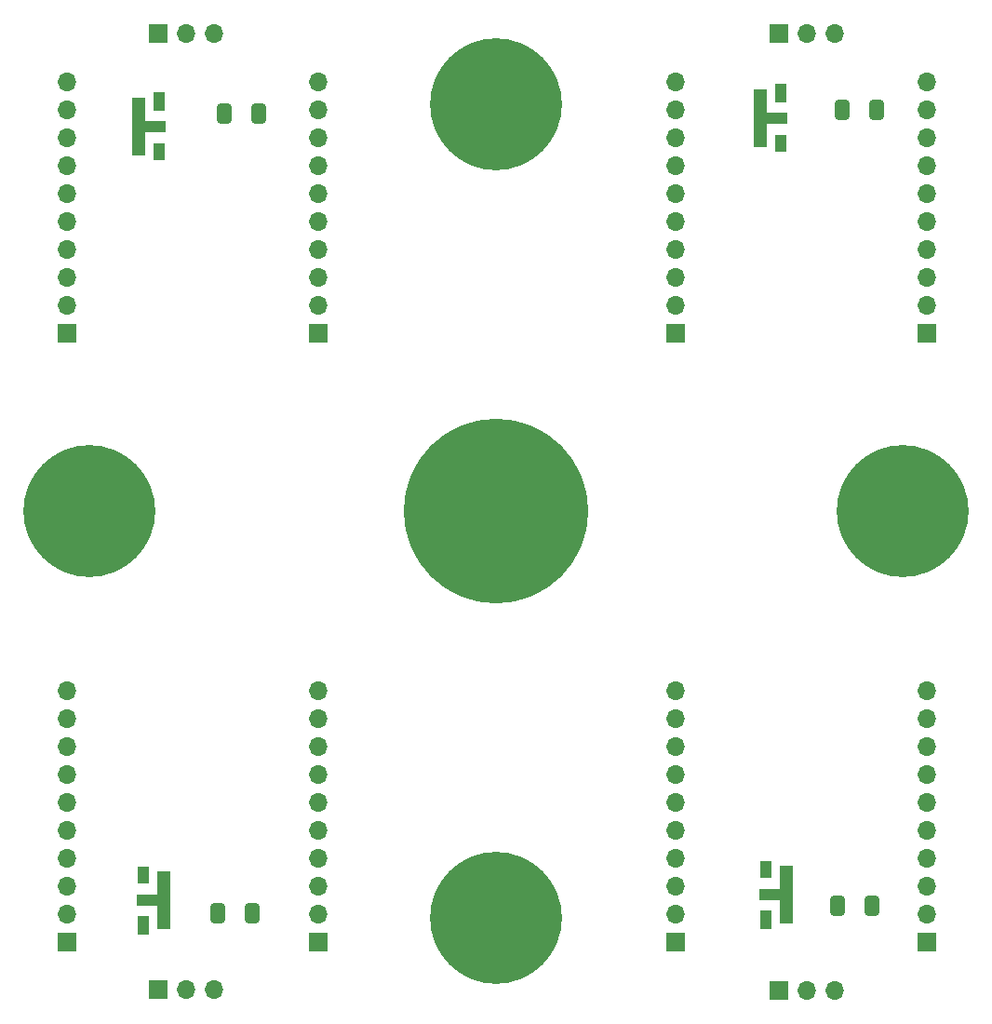
<source format=gbr>
%TF.GenerationSoftware,KiCad,Pcbnew,7.0.5-0*%
%TF.CreationDate,2023-08-23T11:20:49-04:00*%
%TF.ProjectId,quad_sipm,71756164-5f73-4697-906d-2e6b69636164,rev?*%
%TF.SameCoordinates,Original*%
%TF.FileFunction,Soldermask,Bot*%
%TF.FilePolarity,Negative*%
%FSLAX46Y46*%
G04 Gerber Fmt 4.6, Leading zero omitted, Abs format (unit mm)*
G04 Created by KiCad (PCBNEW 7.0.5-0) date 2023-08-23 11:20:49*
%MOMM*%
%LPD*%
G01*
G04 APERTURE LIST*
G04 Aperture macros list*
%AMRoundRect*
0 Rectangle with rounded corners*
0 $1 Rounding radius*
0 $2 $3 $4 $5 $6 $7 $8 $9 X,Y pos of 4 corners*
0 Add a 4 corners polygon primitive as box body*
4,1,4,$2,$3,$4,$5,$6,$7,$8,$9,$2,$3,0*
0 Add four circle primitives for the rounded corners*
1,1,$1+$1,$2,$3*
1,1,$1+$1,$4,$5*
1,1,$1+$1,$6,$7*
1,1,$1+$1,$8,$9*
0 Add four rect primitives between the rounded corners*
20,1,$1+$1,$2,$3,$4,$5,0*
20,1,$1+$1,$4,$5,$6,$7,0*
20,1,$1+$1,$6,$7,$8,$9,0*
20,1,$1+$1,$8,$9,$2,$3,0*%
%AMFreePoly0*
4,1,5,0.508000,-1.498600,-0.508000,-1.498600,-0.508000,1.498600,0.508000,1.498600,0.508000,-1.498600,0.508000,-1.498600,$1*%
G04 Aperture macros list end*
%ADD10C,16.800000*%
%ADD11C,12.000000*%
%ADD12R,1.700000X1.700000*%
%ADD13O,1.700000X1.700000*%
%ADD14RoundRect,0.250000X0.412500X0.650000X-0.412500X0.650000X-0.412500X-0.650000X0.412500X-0.650000X0*%
%ADD15R,1.108800X1.625600*%
%ADD16R,1.117600X1.727200*%
%ADD17R,1.143000X5.207000*%
%ADD18FreePoly0,90.000000*%
%ADD19FreePoly0,270.000000*%
G04 APERTURE END LIST*
D10*
%TO.C,H2*%
X100000000Y-100000000D03*
%TD*%
D11*
%TO.C,H3*%
X100000000Y-137000000D03*
%TD*%
%TO.C,H4*%
X137000000Y-100000000D03*
%TD*%
%TO.C,H5*%
X63000000Y-100000000D03*
%TD*%
%TO.C,H1*%
X100000000Y-63000000D03*
%TD*%
D12*
%TO.C,J7*%
X139146000Y-83820000D03*
D13*
X139146000Y-81280000D03*
X139146000Y-78740000D03*
X139146000Y-76200000D03*
X139146000Y-73660000D03*
X139146000Y-71120000D03*
X139146000Y-68580000D03*
X139146000Y-66040000D03*
X139146000Y-63500000D03*
X139146000Y-60960000D03*
D12*
X116286000Y-83820000D03*
D13*
X116286000Y-81280000D03*
X116286000Y-78740000D03*
X116286000Y-76200000D03*
X116286000Y-73660000D03*
X116286000Y-71120000D03*
X116286000Y-68580000D03*
X116286000Y-66040000D03*
X116286000Y-63500000D03*
X116286000Y-60960000D03*
%TD*%
D12*
%TO.C,J8*%
X83774000Y-83820000D03*
D13*
X83774000Y-81280000D03*
X83774000Y-78740000D03*
X83774000Y-76200000D03*
X83774000Y-73660000D03*
X83774000Y-71120000D03*
X83774000Y-68580000D03*
X83774000Y-66040000D03*
X83774000Y-63500000D03*
X83774000Y-60960000D03*
D12*
X60914000Y-83820000D03*
D13*
X60914000Y-81280000D03*
X60914000Y-78740000D03*
X60914000Y-76200000D03*
X60914000Y-73660000D03*
X60914000Y-71120000D03*
X60914000Y-68580000D03*
X60914000Y-66040000D03*
X60914000Y-63500000D03*
X60914000Y-60960000D03*
%TD*%
D12*
%TO.C,J6*%
X83774000Y-139192000D03*
D13*
X83774000Y-136652000D03*
X83774000Y-134112000D03*
X83774000Y-131572000D03*
X83774000Y-129032000D03*
X83774000Y-126492000D03*
X83774000Y-123952000D03*
X83774000Y-121412000D03*
X83774000Y-118872000D03*
X83774000Y-116332000D03*
D12*
X60914000Y-139192000D03*
D13*
X60914000Y-136652000D03*
X60914000Y-134112000D03*
X60914000Y-131572000D03*
X60914000Y-129032000D03*
X60914000Y-126492000D03*
X60914000Y-123952000D03*
X60914000Y-121412000D03*
X60914000Y-118872000D03*
X60914000Y-116332000D03*
%TD*%
D12*
%TO.C,J5*%
X139146000Y-139192000D03*
D13*
X139146000Y-136652000D03*
X139146000Y-134112000D03*
X139146000Y-131572000D03*
X139146000Y-129032000D03*
X139146000Y-126492000D03*
X139146000Y-123952000D03*
X139146000Y-121412000D03*
X139146000Y-118872000D03*
X139146000Y-116332000D03*
D12*
X116286000Y-139192000D03*
D13*
X116286000Y-136652000D03*
X116286000Y-134112000D03*
X116286000Y-131572000D03*
X116286000Y-129032000D03*
X116286000Y-126492000D03*
X116286000Y-123952000D03*
X116286000Y-121412000D03*
X116286000Y-118872000D03*
X116286000Y-116332000D03*
%TD*%
D12*
%TO.C,J1*%
X125685000Y-143555000D03*
D13*
X128225000Y-143555000D03*
X130765000Y-143555000D03*
%TD*%
D14*
%TO.C,C4*%
X78397500Y-63792500D03*
X75272500Y-63792500D03*
%TD*%
D12*
%TO.C,J3*%
X125685000Y-56560000D03*
D13*
X128225000Y-56560000D03*
X130765000Y-56560000D03*
%TD*%
D12*
%TO.C,J4*%
X69215000Y-56515000D03*
D13*
X71755000Y-56515000D03*
X74295000Y-56515000D03*
%TD*%
D14*
%TO.C,C3*%
X134570000Y-63500000D03*
X131445000Y-63500000D03*
%TD*%
D12*
%TO.C,J2*%
X69215000Y-143510000D03*
D13*
X71755000Y-143510000D03*
X74295000Y-143510000D03*
%TD*%
D14*
%TO.C,C1*%
X134189000Y-135890000D03*
X131064000Y-135890000D03*
%TD*%
%TO.C,C2*%
X77762500Y-136525000D03*
X74637500Y-136525000D03*
%TD*%
D15*
%TO.C,U4*%
X69342000Y-67310000D03*
D16*
X69337600Y-62738000D03*
D17*
X67445300Y-65036700D03*
D18*
X68397800Y-65024000D03*
%TD*%
D15*
%TO.C,U1*%
X67889800Y-133096000D03*
D16*
X67894200Y-137668000D03*
D17*
X69786500Y-135369300D03*
D19*
X68834000Y-135382000D03*
%TD*%
D15*
%TO.C,U2*%
X124531800Y-132588000D03*
D16*
X124536200Y-137160000D03*
D17*
X126428500Y-134861300D03*
D19*
X125476000Y-134874000D03*
%TD*%
D15*
%TO.C,U3*%
X125912200Y-66548000D03*
D16*
X125907800Y-61976000D03*
D17*
X124015500Y-64274700D03*
D18*
X124968000Y-64262000D03*
%TD*%
M02*

</source>
